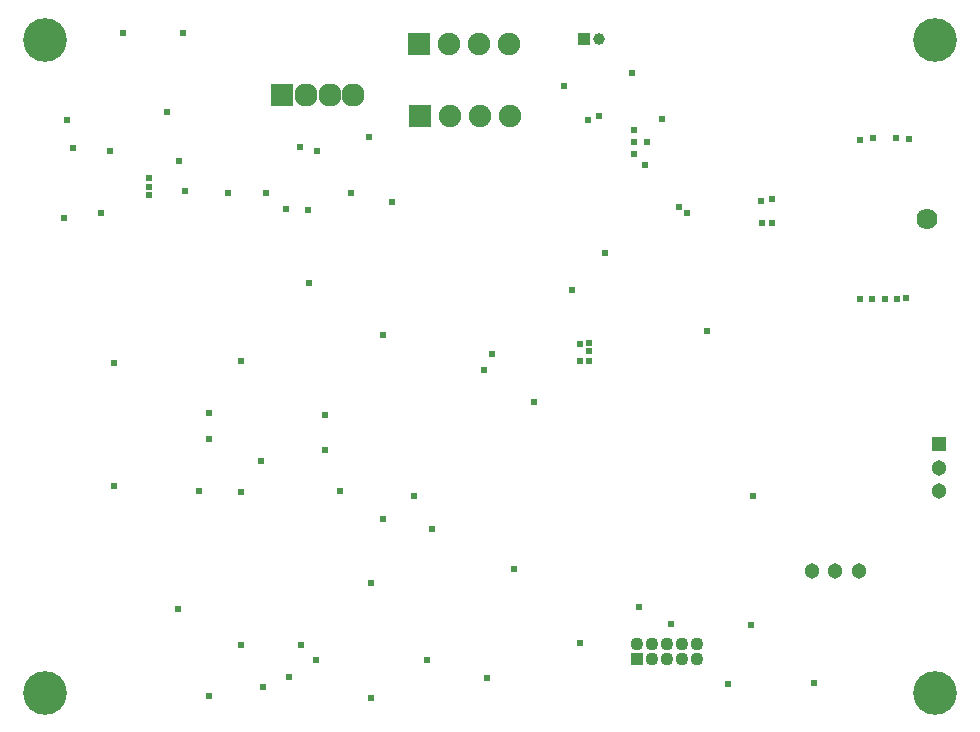
<source format=gbs>
G04*
G04 #@! TF.GenerationSoftware,Altium Limited,Altium Designer,21.1.1 (26)*
G04*
G04 Layer_Color=16711935*
%FSLAX25Y25*%
%MOIN*%
G70*
G04*
G04 #@! TF.SameCoordinates,969F4329-1E93-4840-8548-A094FB753E80*
G04*
G04*
G04 #@! TF.FilePolarity,Negative*
G04*
G01*
G75*
%ADD77R,0.05124X0.05124*%
%ADD103R,0.04360X0.04360*%
%ADD104C,0.04360*%
%ADD105C,0.14573*%
%ADD106R,0.03937X0.03937*%
%ADD107C,0.03937*%
%ADD108C,0.07008*%
%ADD109C,0.05124*%
%ADD110C,0.07717*%
%ADD111R,0.07717X0.07717*%
%ADD112R,0.07487X0.07487*%
%ADD113C,0.07487*%
%ADD114C,0.02400*%
D77*
X307087Y92110D02*
D03*
D103*
X206535Y20591D02*
D03*
D104*
X211535D02*
D03*
X206535Y25591D02*
D03*
X211535D02*
D03*
X221535D02*
D03*
X216535D02*
D03*
X221535Y20591D02*
D03*
X216535D02*
D03*
X226535D02*
D03*
Y25591D02*
D03*
D105*
X305709Y226969D02*
D03*
X9252D02*
D03*
X305709Y9252D02*
D03*
X9252Y9252D02*
D03*
D106*
X188976Y227165D02*
D03*
D107*
X193898D02*
D03*
D108*
X303150Y167126D02*
D03*
D109*
X307087Y84236D02*
D03*
Y76362D02*
D03*
X280512Y49787D02*
D03*
X272638D02*
D03*
X264764D02*
D03*
D110*
X111907Y208610D02*
D03*
X104034D02*
D03*
X96159D02*
D03*
D111*
X88285D02*
D03*
D112*
X133819Y225394D02*
D03*
X134213Y201378D02*
D03*
D113*
X143819Y225394D02*
D03*
X153819D02*
D03*
X163819D02*
D03*
X144213Y201378D02*
D03*
X154213D02*
D03*
X164213D02*
D03*
D114*
X187598Y125516D02*
D03*
X187402Y119685D02*
D03*
X190551D02*
D03*
X55905Y176378D02*
D03*
X27892Y169291D02*
D03*
X89467Y170421D02*
D03*
X111120Y175933D02*
D03*
X74585Y76159D02*
D03*
X107656Y76596D02*
D03*
X102362Y101727D02*
D03*
Y90215D02*
D03*
X74410Y25197D02*
D03*
X94585D02*
D03*
X90648Y14470D02*
D03*
X63758Y8289D02*
D03*
X81102Y86614D02*
D03*
X99606Y20079D02*
D03*
X207087Y37795D02*
D03*
X217717Y32283D02*
D03*
X172047Y106299D02*
D03*
X155512Y116929D02*
D03*
X158267Y122047D02*
D03*
X184842Y143405D02*
D03*
X229999Y129921D02*
D03*
X195964Y155708D02*
D03*
X209252Y185039D02*
D03*
X182087Y211614D02*
D03*
X214764Y200590D02*
D03*
X70175Y175933D02*
D03*
X43701Y177953D02*
D03*
Y180709D02*
D03*
Y175197D02*
D03*
X53937Y186614D02*
D03*
X50000Y202755D02*
D03*
X35039Y229000D02*
D03*
X55118D02*
D03*
X16535Y200000D02*
D03*
X18504Y190945D02*
D03*
X30709Y189764D02*
D03*
X32065Y119073D02*
D03*
X74585Y119685D02*
D03*
X63998Y102538D02*
D03*
X63927Y93947D02*
D03*
X32065Y78128D02*
D03*
X121829Y128522D02*
D03*
Y67104D02*
D03*
X132299Y74787D02*
D03*
X138189Y63779D02*
D03*
X165354Y50394D02*
D03*
X156398Y14173D02*
D03*
X187402Y25984D02*
D03*
X237008Y12205D02*
D03*
X265650Y12598D02*
D03*
X244488Y31890D02*
D03*
X117793Y7403D02*
D03*
X81986Y11120D02*
D03*
X117695Y45691D02*
D03*
X96947Y170027D02*
D03*
X94191Y190992D02*
D03*
X117321Y194535D02*
D03*
X190157Y200098D02*
D03*
X193799Y201378D02*
D03*
X209752Y192913D02*
D03*
X15354Y167323D02*
D03*
X124900Y172783D02*
D03*
X99703Y189712D02*
D03*
X82774Y175933D02*
D03*
X60411Y76421D02*
D03*
X53543Y37008D02*
D03*
X136614Y20079D02*
D03*
X289173Y140354D02*
D03*
X284842D02*
D03*
X293110D02*
D03*
X296260Y140748D02*
D03*
X280906Y140354D02*
D03*
X297047Y193898D02*
D03*
X280906Y193504D02*
D03*
X247835Y173031D02*
D03*
X248228Y165945D02*
D03*
X292717Y194134D02*
D03*
X285236D02*
D03*
X251378Y173819D02*
D03*
X251378Y165945D02*
D03*
X205512Y192913D02*
D03*
Y188681D02*
D03*
Y196850D02*
D03*
X245079Y74787D02*
D03*
X220472Y171260D02*
D03*
X223221Y169240D02*
D03*
X190551Y125963D02*
D03*
Y123031D02*
D03*
X97085Y145807D02*
D03*
X204724Y215945D02*
D03*
M02*

</source>
